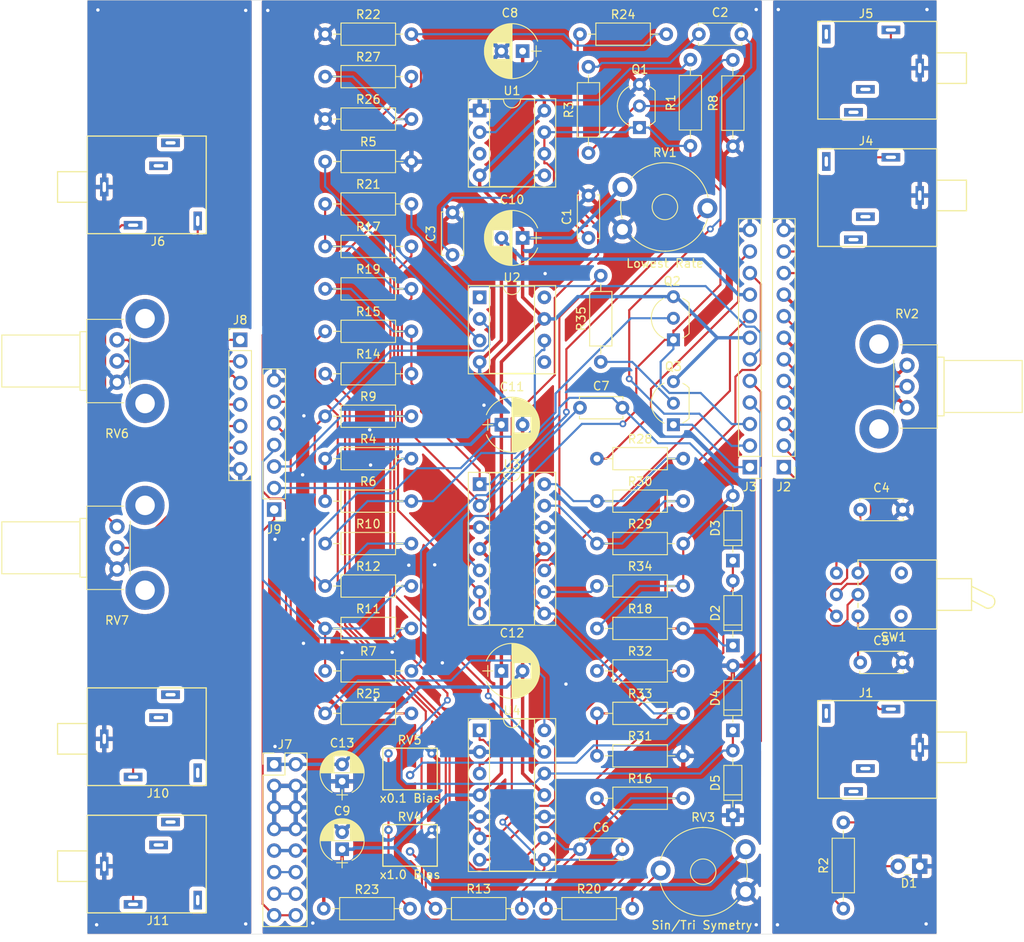
<source format=kicad_pcb>
(kicad_pcb (version 20241229) (generator "pcbnew") (generator_version "9.0")
  (layers (0 "F.Cu" signal) (2 "B.Cu" signal) (13 "F.Paste" user) (15 "B.Paste" user) (5 "F.SilkS" user "F.Silkscreen") (7 "B.SilkS" user "B.Silkscreen") (1 "F.Mask" user) (3 "B.Mask" user) (25 "Edge.Cuts" user))
  (net 0 "")
  (net 1 "Range_1")
  (net 2 "GND")
  (net 3 "Net-(C2-Pad2)")
  (net 4 "FM")
  (net 5 "Net-(C3-Pad1)")
  (net 6 "Net-(C4-Pad1)")
  (net 7 "R_GND")
  (net 8 "Net-(C5-Pad1)")
  (net 9 "Tri_Sin")
  (net 10 "Net-(C6-Pad1)")
  (net 11 "Wave")
  (net 12 "Net-(C7-Pad1)")
  (net 13 "12V+")
  (net 14 "12V-")
  (net 15 "Net-(D1-Pad2)")
  (net 16 "Net-(D2-Pad2)")
  (net 17 "Net-(D2-Pad1)")
  (net 18 "Net-(D4-Pad1)")
  (net 19 "/R_FM")
  (net 20 "Net-(J1-Pad2)")
  (net 21 "/R_Saw_Out")
  (net 22 "/R_Rect_Out")
  (net 23 "/R_12V-")
  (net 24 "/R_PW")
  (net 25 "/R_12V+")
  (net 26 "/R_Range_4")
  (net 27 "/R_Range_3")
  (net 28 "/R_Range_2")
  (net 29 "/R_Range_1")
  (net 30 "/R_LED")
  (net 31 "LED")
  (net 32 "Range_2")
  (net 33 "Range_3")
  (net 34 "Range_4")
  (net 35 "PW")
  (net 36 "Rect_Out")
  (net 37 "Saw_Out")
  (net 38 "Net-(J4-Pad2)")
  (net 39 "Net-(J5-Pad2)")
  (net 40 "/L_CV_In")
  (net 41 "/L_CV")
  (net 42 "L_GND")
  (net 43 "CV_In")
  (net 44 "Net-(J7-Pad13)")
  (net 45 "Net-(J7-Pad11)")
  (net 46 "/L_Tri_Out")
  (net 47 "/L_Sine_Out")
  (net 48 "/L_Mod")
  (net 49 "/L_Rate_2")
  (net 50 "/L_Rate_1")
  (net 51 "Rate_1")
  (net 52 "Rate_2")
  (net 53 "Mod")
  (net 54 "Sine_Out")
  (net 55 "Tri_Out")
  (net 56 "Net-(J10-Pad2)")
  (net 57 "Net-(J11-Pad2)")
  (net 58 "Net-(Q1-Pad2)")
  (net 59 "Net-(Q2-Pad2)")
  (net 60 "Net-(Q3-Pad2)")
  (net 61 "Net-(R1-Pad1)")
  (net 62 "Net-(R5-Pad1)")
  (net 63 "Net-(R7-Pad2)")
  (net 64 "Net-(R11-Pad1)")
  (net 65 "Net-(R10-Pad2)")
  (net 66 "Net-(R17-Pad2)")
  (net 67 "Net-(R20-Pad2)")
  (net 68 "Net-(R23-Pad1)")
  (net 69 "Net-(R25-Pad1)")
  (net 70 "Net-(R26-Pad2)")
  (net 71 "Net-(R28-Pad2)")
  (net 72 "Net-(R29-Pad1)")
  (net 73 "Net-(R31-Pad1)")
  (net 74 "Net-(R33-Pad2)")
  (net 75 "Net-(R34-Pad1)")
  (net 76 "Net-(U1-Pad3)")
  (net 77 "Net-(U2-Pad8)")
  (net 78 "Net-(U2-Pad5)")
  (net 79 "Net-(U2-Pad1)")
  (net 80 "Net-(U4-Pad1)")
  (footprint "Capacitors_THT:C_Disc_D5.0mm_W2.5mm_P5.00mm" (layer "F.Cu") (at 59 28 90)
    (property "Reference" "C1")
    (property "Value" "47nF")
  )
  (footprint "Capacitors_THT:C_Disc_D5.0mm_W2.5mm_P5.00mm" (layer "F.Cu") (at 77 4 180)
    (property "Reference" "C2")
    (property "Value" "10nF")
  )
  (footprint "Capacitors_THT:C_Disc_D5.0mm_W2.5mm_P5.00mm" (layer "F.Cu") (at 43 30 90)
    (property "Reference" "C3")
    (property "Value" "10nF")
  )
  (footprint "Capacitors_THT:C_Disc_D5.0mm_W2.5mm_P5.00mm" (layer "F.Cu") (at 91 60)
    (property "Reference" "C4")
    (property "Value" "10uF")
  )
  (footprint "Capacitors_THT:C_Disc_D5.0mm_W2.5mm_P5.00mm" (layer "F.Cu") (at 91 78)
    (property "Reference" "C5")
    (property "Value" "1uF")
  )
  (footprint "Capacitors_THT:C_Disc_D5.0mm_W2.5mm_P5.00mm" (layer "F.Cu") (at 58 100)
    (property "Reference" "C6")
    (property "Value" "1nF")
  )
  (footprint "Capacitors_THT:C_Disc_D5.0mm_W2.5mm_P5.00mm" (layer "F.Cu") (at 58 48)
    (property "Reference" "C7")
    (property "Value" "120pF")
  )
  (footprint "Capacitors_THT:CP_Radial_D6.3mm_P2.50mm" (layer "F.Cu") (at 51.25 6 180)
    (property "Reference" "C8")
    (property "Value" "100uF")
  )
  (footprint "Capacitors_THT:CP_Radial_D5.0mm_P2.00mm" (layer "F.Cu") (at 30 100 90)
    (property "Reference" "C9")
    (property "Value" "22uF")
  )
  (footprint "Capacitors_THT:CP_Radial_D6.3mm_P2.50mm" (layer "F.Cu") (at 51.25 28 180)
    (property "Reference" "C10")
    (property "Value" "100uF")
  )
  (footprint "Capacitors_THT:CP_Radial_D6.3mm_P2.50mm" (layer "F.Cu") (at 48.75 79)
    (property "Reference" "C12")
    (property "Value" "100uF")
  )
  (footprint "Capacitors_THT:CP_Radial_D5.0mm_P2.00mm" (layer "F.Cu") (at 30 92 90)
    (property "Reference" "C13")
    (property "Value" "22uF")
  )
  (footprint "LEDs:LED_Rectangular_W3.9mm_H1.9mm" (layer "F.Cu") (at 98 102 180)
    (property "Reference" "D1")
    (property "Value" "LED")
  )
  (footprint "Diodes_THT:D_DO-35_SOD27_P7.62mm_Horizontal" (layer "F.Cu") (at 76 76 90)
    (property "Reference" "D2")
    (property "Value" "1N4148")
  )
  (footprint "Diodes_THT:D_DO-35_SOD27_P7.62mm_Horizontal" (layer "F.Cu") (at 76 66 90)
    (property "Reference" "D3")
    (property "Value" "1N4148")
  )
  (footprint "Diodes_THT:D_DO-35_SOD27_P7.62mm_Horizontal" (layer "F.Cu") (at 76 86 90)
    (property "Reference" "D4")
    (property "Value" "1N4148")
  )
  (footprint "Diodes_THT:D_DO-35_SOD27_P7.62mm_Horizontal" (layer "F.Cu") (at 76 96 90)
    (property "Reference" "D5")
    (property "Value" "1N4148")
  )
  (footprint "Custom_Library:Mono_Jack_3.5mm_Switch_Switchcraft_35RAPC2AH3" (layer "F.Cu") (at 100 88 180)
    (property "Reference" "J1")
    (property "Value" "AudioJack1_Switch")
  )
  (footprint "Pin_Headers:Pin_Header_Straight_1x12_Pitch2.54mm" (layer "F.Cu") (at 82 55 180)
    (property "Reference" "J2")
    (property "Value" "Conn_01x12")
  )
  (footprint "Pin_Headers:Pin_Header_Straight_1x12_Pitch2.54mm" (layer "F.Cu") (at 78 55 180)
    (property "Reference" "J3")
    (property "Value" "Conn_01x12")
  )
  (footprint "Custom_Library:Mono_Jack_3.5mm_Switch_Switchcraft_35RAPC2AH3" (layer "F.Cu") (at 100 23 180)
    (property "Reference" "J4")
    (property "Value" "AudioJack1_Switch")
  )
  (footprint "Custom_Library:Mono_Jack_3.5mm_Switch_Switchcraft_35RAPC2AH3" (layer "F.Cu") (at 100 8 180)
    (property "Reference" "J5")
    (property "Value" "AudioJack1_Switch")
  )
  (footprint "Custom_Library:Mono_Jack_3.5mm_Switch_Switchcraft_35RAPC2AH3" (layer "F.Cu") (at 0 22)
    (property "Reference" "J6")
    (property "Value" "AudioJack1_Switch")
  )
  (footprint "Pin_Headers:Pin_Header_Straight_2x08_Pitch2.54mm" (layer "F.Cu") (at 22 90)
    (property "Reference" "J7")
    (property "Value" "Conn_02x08_Odd_Even")
  )
  (footprint "Pin_Headers:Pin_Header_Straight_1x07_Pitch2.54mm" (layer "F.Cu") (at 18 40)
    (property "Reference" "J8")
    (property "Value" "Conn_01x07")
  )
  (footprint "Pin_Headers:Pin_Header_Straight_1x07_Pitch2.54mm" (layer "F.Cu") (at 22 60 180)
    (property "Reference" "J9")
    (property "Value" "Conn_01x07")
  )
  (footprint "Custom_Library:Mono_Jack_3.5mm_Switch_Switchcraft_35RAPC2AH3" (layer "F.Cu") (at 0 87)
    (property "Reference" "J10")
    (property "Value" "AudioJack1_Switch")
  )
  (footprint "Custom_Library:Mono_Jack_3.5mm_Switch_Switchcraft_35RAPC2AH3" (layer "F.Cu") (at 0 102)
    (property "Reference" "J11")
    (property "Value" "AudioJack1_Switch")
  )
  (footprint "TO_SOT_Packages_THT:TO-92_Inline_Wide" (layer "F.Cu") (at 65 15 90)
    (property "Reference" "Q1")
    (property "Value" "BS170")
  )
  (footprint "TO_SOT_Packages_THT:TO-92_Inline_Wide" (layer "F.Cu") (at 69 40 90)
    (property "Reference" "Q2")
    (property "Value" "BC557")
  )
  (footprint "TO_SOT_Packages_THT:TO-92_Inline_Wide" (layer "F.Cu") (at 69 50 90)
    (property "Reference" "Q3")
    (property "Value" "2N3904")
  )
  (footprint "Resistors_THT:R_Axial_DIN0207_L6.3mm_D2.5mm_P10.16mm_Horizontal" (layer "F.Cu") (at 71 7 -90)
    (property "Reference" "R1")
    (property "Value" "10K")
  )
  (footprint "Resistors_THT:R_Axial_DIN0207_L6.3mm_D2.5mm_P10.16mm_Horizontal" (layer "F.Cu") (at 89 107 90)
    (property "Reference" "R2")
    (property "Value" "1K")
  )
  (footprint "Resistors_THT:R_Axial_DIN0207_L6.3mm_D2.5mm_P10.16mm_Horizontal" (layer "F.Cu") (at 59 18 90)
    (property "Reference" "R3")
    (property "Value" "10K")
  )
  (footprint "Resistors_THT:R_Axial_DIN0207_L6.3mm_D2.5mm_P10.16mm_Horizontal" (layer "F.Cu") (at 28 54)
    (property "Reference" "R4")
    (property "Value" "12K")
  )
  (footprint "Resistors_THT:R_Axial_DIN0207_L6.3mm_D2.5mm_P10.16mm_Horizontal" (layer "F.Cu") (at 28 19)
    (property "Reference" "R5")
    (property "Value" "8K2")
  )
  (footprint "Resistors_THT:R_Axial_DIN0207_L6.3mm_D2.5mm_P10.16mm_Horizontal" (layer "F.Cu") (at 28 59)
    (property "Reference" "R6")
    (property "Value" "820")
  )
  (footprint "Resistors_THT:R_Axial_DIN0207_L6.3mm_D2.5mm_P10.16mm_Horizontal" (layer "F.Cu") (at 28 79)
    (property "Reference" "R7")
    (property "Value" "100K")
  )
  (footprint "Resistors_THT:R_Axial_DIN0207_L6.3mm_D2.5mm_P10.16mm_Horizontal" (layer "F.Cu") (at 76 17.2 90)
    (property "Reference" "R8")
    (property "Value" "100K")
  )
  (footprint "Resistors_THT:R_Axial_DIN0207_L6.3mm_D2.5mm_P10.16mm_Horizontal" (layer "F.Cu") (at 28 49)
    (property "Reference" "R9")
    (property "Value" "100K")
  )
  (footprint "Resistors_THT:R_Axial_DIN0207_L6.3mm_D2.5mm_P10.16mm_Horizontal" (layer "F.Cu") (at 28 64)
    (property "Reference" "R10")
    (property "Value" "27K")
  )
  (footprint "Resistors_THT:R_Axial_DIN0207_L6.3mm_D2.5mm_P10.16mm_Horizontal" (layer "F.Cu") (at 28 74)
    (property "Reference" "R11")
    (property "Value" "100K")
  )
  (footprint "Resistors_THT:R_Axial_DIN0207_L6.3mm_D2.5mm_P10.16mm_Horizontal" (layer "F.Cu") (at 28 69)
    (property "Reference" "R12")
    (property "Value" "100K")
  )
  (footprint "Resistors_THT:R_Axial_DIN0207_L6.3mm_D2.5mm_P10.16mm_Horizontal" (layer "F.Cu") (at 41 107)
    (property "Reference" "R13")
    (property "Value" "1K")
  )
  (footprint "Resistors_THT:R_Axial_DIN0207_L6.3mm_D2.5mm_P10.16mm_Horizontal" (layer "F.Cu") (at 28 44)
    (property "Reference" "R14")
    (property "Value" "100K 1%")
  )
  (footprint "Resistors_THT:R_Axial_DIN0207_L6.3mm_D2.5mm_P10.16mm_Horizontal" (layer "F.Cu") (at 28 39)
    (property "Reference" "R15")
    (property "Value" "47K 1%")
  )
  (footprint "Resistors_THT:R_Axial_DIN0207_L6.3mm_D2.5mm_P10.16mm_Horizontal" (layer "F.Cu") (at 60 94)
    (property "Reference" "R16")
    (property "Value" "200K 1%")
  )
  (footprint "Resistors_THT:R_Axial_DIN0207_L6.3mm_D2.5mm_P10.16mm_Horizontal" (layer "F.Cu") (at 28 29)
    (property "Reference" "R17")
    (property "Value" "100k 1%")
  )
  (footprint "Resistors_THT:R_Axial_DIN0207_L6.3mm_D2.5mm_P10.16mm_Horizontal" (layer "F.Cu") (at 60 74)
    (property "Reference" "R18")
    (property "Value" "100K 1%")
  )
  (footprint "Resistors_THT:R_Axial_DIN0207_L6.3mm_D2.5mm_P10.16mm_Horizontal" (layer "F.Cu") (at 28 34)
    (property "Reference" "R19")
    (property "Value" "200k 1%")
  )
  (footprint "Resistors_THT:R_Axial_DIN0207_L6.3mm_D2.5mm_P10.16mm_Horizontal" (layer "F.Cu") (at 54 107)
    (property "Reference" "R20")
    (property "Value" "150K")
  )
  (footprint "Resistors_THT:R_Axial_DIN0207_L6.3mm_D2.5mm_P10.16mm_Horizontal" (layer "F.Cu") (at 28 24)
    (property "Reference" "R21")
    (property "Value" "100K")
  )
  (footprint "Resistors_THT:R_Axial_DIN0207_L6.3mm_D2.5mm_P10.16mm_Horizontal" (layer "F.Cu") (at 28 4)
    (property "Reference" "R22")
    (property "Value" "22K")
  )
  (footprint "Resistors_THT:R_Axial_DIN0207_L6.3mm_D2.5mm_P10.16mm_Horizontal" (layer "F.Cu") (at 38 107 180)
    (property "Reference" "R23")
    (property "Value" "2K7")
  )
  (footprint "Resistors_THT:R_Axial_DIN0207_L6.3mm_D2.5mm_P10.16mm_Horizontal" (layer "F.Cu") (at 58 4)
    (property "Reference" "R24")
    (property "Value" "150K")
  )
  (footprint "Resistors_THT:R_Axial_DIN0207_L6.3mm_D2.5mm_P10.16mm_Horizontal" (layer "F.Cu") (at 28 84)
    (property "Reference" "R25")
    (property "Value" "1K")
  )
  (footprint "Resistors_THT:R_Axial_DIN0207_L6.3mm_D2.5mm_P10.16mm_Horizontal" (layer "F.Cu") (at 28 14)
    (property "Reference" "R26")
    (property "Value" "1K5")
  )
  (footprint "Resistors_THT:R_Axial_DIN0207_L6.3mm_D2.5mm_P10.16mm_Horizontal" (layer "F.Cu") (at 28 9)
    (property "Reference" "R27")
    (property "Value" "15K")
  )
  (footprint "Resistors_THT:R_Axial_DIN0207_L6.3mm_D2.5mm_P10.16mm_Horizontal" (layer "F.Cu") (at 60 54)
    (property "Reference" "R28")
    (property "Value" "1K")
  )
  (footprint "Resistors_THT:R_Axial_DIN0207_L6.3mm_D2.5mm_P10.16mm_Horizontal" (layer "F.Cu") (at 60 64)
    (property "Reference" "R29")
    (property "Value" "100k")
  )
  (footprint "Resistors_THT:R_Axial_DIN0207_L6.3mm_D2.5mm_P10.16mm_Horizontal" (layer "F.Cu") (at 60 59)
    (property "Reference" "R30")
    (property "Value" "100k")
  )
  (footprint "Resistors_THT:R_Axial_DIN0207_L6.3mm_D2.5mm_P10.16mm_Horizontal" (layer "F.Cu") (at 60 89)
    (property "Reference" "R31")
    (property "Value" "4K7")
  )
  (footprint "Resistors_THT:R_Axial_DIN0207_L6.3mm_D2.5mm_P10.16mm_Horizontal" (layer "F.Cu") (at 60 79)
    (property "Reference" "R32")
    (property "Value" "1K")
  )
  (footprint "Resistors_THT:R_Axial_DIN0207_L6.3mm_D2.5mm_P10.16mm_Horizontal" (layer "F.Cu") (at 60 84)
    (property "Reference" "R33")
    (property "Value" "10K")
  )
  (footprint "Resistors_THT:R_Axial_DIN0207_L6.3mm_D2.5mm_P10.16mm_Horizontal" (layer "F.Cu") (at 60 69)
    (property "Reference" "R34")
    (property "Value" "10K")
  )
  (footprint "Resistors_THT:R_Axial_DIN0207_L6.3mm_D2.5mm_P10.16mm_Horizontal" (layer "F.Cu") (at 60.45 42.6 90)
    (property "Reference" "R35")
    (property "Value" "47K")
  )
  (footprint "Potentiometers:Potentiometer_Trimmer_Piher_PT-10v10_Horizontal_Px10.0mm_Py5.0mm" (layer "F.Cu") (at 63 27)
    (property "Reference" "RV1")
    (property "Value" "47K")
  )
  (footprint "Potentiometers:Potentiometer_Bourns_PTV09A-2_Vertical" (layer "F.Cu") (at 96.5 48)
    (property "Reference" "RV2")
    (property "Value" "10K Lin")
  )
  (footprint "Potentiometers:Potentiometer_Trimmer_Piher_PT-10v10_Horizontal_Px10.0mm_Py5.0mm" (layer "F.Cu") (at 77.5 100 180)
    (property "Reference" "RV3")
    (property "Value" "47K")
  )
  (footprint "Custom_Library:TT_64WR10KLF" (layer "F.Cu") (at 38 99)
    (property "Reference" "RV4")
    (property "Value" "10K")
  )
  (footprint "Custom_Library:TT_64WR10KLF" (layer "F.Cu") (at 38 90)
    (property "Reference" "RV5")
    (property "Value" "10K")
  )
  (footprint "Potentiometers:Potentiometer_Bourns_PTV09A-2_Vertical" (layer "F.Cu") (at 3.5 40 180)
    (property "Reference" "RV6")
    (property "Value" "10K Lin")
  )
  (footprint "Potentiometers:Potentiometer_Bourns_PTV09A-2_Vertical" (layer "F.Cu") (at 3.5 62 180)
    (property "Reference" "RV7")
    (property "Value" "50K Lin")
  )
  (footprint "Custom_Library:200AWMDP1T2A1M6QE" (layer "F.Cu") (at 100 70 180)
    (property "Reference" "SW1")
    (property "Value" "SW_DPDT_x2")
  )
  (footprint "Housings_DIP:DIP-8_W7.62mm_Socket" (layer "F.Cu") (at 46.19 13)
    (property "Reference" "U1")
    (property "Value" "ICM7555")
  )
  (footprint "Housings_DIP:DIP-8_W7.62mm_Socket" (layer "F.Cu") (at 46.19 35)
    (property "Reference" "U2")
    (property "Value" "LM741")
  )
  (footprint "Housings_DIP:DIP-14_W7.62mm_Socket" (layer "F.Cu") (at 46.19 57)
    (property "Reference" "U3")
    (property "Value" "TL074")
  )
  (footprint "Housings_DIP:DIP-14_W7.62mm_Socket" (layer "F.Cu") (at 46.19 86)
    (property "Reference" "U4")
    (property "Value" "TL074")
  )
  (footprint "Capacitors_THT:CP_Radial_D6.3mm_P2.50mm" (layer "F.Cu") (at 48.75 50)
    (property "Reference" "C11")
    (property "Value" "100uF")
  )
  (gr_line (start 0 110) (end 0 0) (stroke (width 0.05)) (layer "Edge.Cuts"))
  (gr_line (start 100 110) (end 0 110) (stroke (width 0.05)) (layer "Edge.Cuts"))
  (gr_line (start 100 0) (end 100 110) (stroke (width 0.05)) (layer "Edge.Cuts"))
  (gr_line (start 0 0) (end 100 0) (stroke (width 0.05)) (layer "Edge.Cuts"))
  (gr_text "x1.0 Bias" (at 38 103 0) (layer "F.SilkS") (effects (font (size 1 1))))
  (gr_text "x0.1 Bias" (at 38 94 0) (layer "F.SilkS") (effects (font (size 1 1))))
  (gr_text "Lowest Rate" (at 68 31 0) (layer "F.SilkS") (effects (font (size 1 1))))
  (gr_text "Sin/Tri Symetry" (at 72.35 108.95 0) (layer "F.SilkS") (effects (font (size 1 1))))
  (segment (start 54.9353 23.9353) (end 59 28) (width 0.25) (layer "F.Cu") (net 1))
  (segment (start 67.99 40) (end 64.6302 43.3598) (width 0.25) (layer "F.Cu") (net 1))
  (segment (start 53.81 19.2053) (end 54.0914 19.2053) (width 0.25) (layer "F.Cu") (net 1))
  (segment (start 53.81 18.08) (end 53.81 19.2053) (width 0.25) (layer "F.Cu") (net 1))
  (segment (start 69 38.9147) (end 69.1357 38.9147) (width 0.25) (layer "F.Cu") (net 1))
  (segment (start 69.1357 38.9147) (end 74.5387 33.5117) (width 0.25) (layer "F.Cu") (net 1))
  (segment (start 64.6302 43.3598) (end 64.6302 48.3198) (width 0.25) (layer "F.Cu") (net 1))
  (segment (start 63.449999 49.500001) (end 63.05 49.9) (width 0.25) (layer "F.Cu") (net 1))
  (segment (start 69 40) (end 67.99 40) (width 0.25) (layer "F.Cu") (net 1))
  (segment (start 69 40) (end 69 38.9147) (width 0.25) (layer "F.Cu") (net 1))
  (segment (start 54.9353 20.0492) (end 54.9353 23.9353) (width 0.25) (layer "F.Cu") (net 1))
  (segment (start 64.6302 48.3198) (end 63.449999 49.500001) (width 0.25) (layer "F.Cu") (net 1))
  (segment (start 71 18.9) (end 71 17.16) (width 0.25) (layer "F.Cu") (net 1))
  (segment (start 53.81 15.54) (end 53.81 18.08) (width 0.25) (layer "F.Cu") (net 1))
  (segment (start 74.5387 22.4387) (end 71 18.9) (width 0.25) (layer "F.Cu") (net 1))
  (segment (start 74.5387 33.5117) (end 74.5387 22.4387) (width 0.25) (layer "F.Cu") (net 1))
  (segment (start 54.0914 19.2053) (end 54.9353 20.0492) (width 0.25) (layer "F.Cu") (net 1))
  (via (at 63.05 49.9) (size 0.8) (drill 0.4) (layers "F.Cu" "B.Cu") (net 1))
  (segment (start 44.85 65.82) (end 44.85 61.5) (width 0.25) (layer "B.Cu") (net 1))
  (segment (start 72.2107 46.2607) (end 75.87 49.92) (width 0.25) (layer "B.Cu") (net 1))
  (segment (start 69 40) (end 69 41.0853) (width 0.25) (layer "B.Cu") (net 1))
  (segment (start 46.19 67.16) (end 44.85 65.82) (width 0.25) (layer "B.Cu") (net 1))
  (segment (start 62.484315 49.9) (end 63.05 49.9) (width 0.25) (layer "B.Cu") (net 1))
  (segment (start 69 41.0853) (end 67.5 42.5853) (width 0.25) (layer "B.Cu") (net 1))
  (segment (start 53.81 15.54) (end 63.3747 15.54) (width 0.25) (layer "B.Cu") (net 1))
  (segment (start 63.3747 15.54) (end 63.9147 15) (width 0.25) (layer "B.Cu") (net 1))
  (segment (start 65 15) (end 66.0853 15) (width 0.25) (layer "B.Cu") (net 1))
  (segment (start 68.5107 46.2607) (end 72.2107 46.2607) (width 0.25) (layer "B.Cu") (net 1))
  (segment (start 44.85 61.5) (end 45.6 60.75) (width 0.25) (layer "B.Cu") (net 1))
  (segment (start 75.87 49.92) (end 78 49.92) (width 0.25) (layer "B.Cu") (net 1))
  (segment (start 67.5 45.25) (end 68.5107 46.2607) (width 0.25) (layer "B.Cu") (net 1))
  (segment (start 68.2453 17.16) (end 66.0853 15) (width 0.25) (layer "B.Cu") (net 1))
  (segment (start 47.38 60.75) (end 58.23 49.9) (width 0.25) (layer "B.Cu") (net 1))
  (segment (start 45.6 60.75) (end 47.38 60.75) (width 0.25) (layer "B.Cu") (net 1))
  (segment (start 58.23 49.9) (end 62.484315 49.9) (width 0.25) (layer "B.Cu") (net 1))
  (segment (start 71 17.16) (end 68.2453 17.16) (width 0.25) (layer "B.Cu") (net 1))
  (segment (start 67.5 42.5853) (end 67.5 45.25) (width 0.25) (layer "B.Cu") (net 1))
  (segment (start 65 15) (end 63.9147 15) (width 0.25) (layer "B.Cu") (net 1))
  (via (at 22.1 87.9) (size 0.8) (drill 0.4) (layers "F.Cu" "B.Cu") (net 2))
  (via (at 25.5 48.95) (size 0.8) (drill 0.4) (layers "F.Cu" "B.Cu") (net 2))
  (via (at 33.25 50.6) (size 0.8) (drill 0.4) (layers "F.Cu" "B.Cu") (net 2))
  (via (at 35.9 76.8) (size 0.8) (drill 0.4) (layers "F.Cu" "B.Cu") (net 2))
  (via (at 37.85 66.55) (size 0.8) (drill 0.4) (layers "F.Cu" "B.Cu") (net 2))
  (via (at 30 76.85) (size 0.8) (drill 0.4) (layers "F.Cu" "B.Cu") (net 2))
  (via (at 78.75 108.9) (size 0.8) (drill 0.4) (layers "F.Cu" "B.Cu") (net 2))
  (via (at 53.9 32.2) (size 0.8) (drill 0.4) (layers "F.Cu" "B.Cu") (net 2))
  (via (at 25.4 63.5) (size 0.8) (drill 0.4) (layers "F.Cu" "B.Cu") (net 2))
  (via (at 22.1 63.5) (size 0.8) (drill 0.4) (layers "F.Cu" "B.Cu") (net 2))
  (via (at 33.9 82.4) (size 0.8) (drill 0.4) (layers "F.Cu" "B.Cu") (net 2))
  (via (at 21.25 1.2) (size 0.8) (drill 0.4) (layers "F.Cu" "B.Cu") (net 2))
  (via (at 26.55 108.7) (size 0.8) (drill 0.4) (layers "F.Cu" "B.Cu") (net 2))
  (via (at 40.9 66.5) (size 0.8) (drill 0.4) (layers "F.Cu" "B.Cu") (net 2))
  (via (at 56.35 80.55) (size 0.8) (drill 0.4) (layers "F.Cu" "B.Cu") (net 2))
  (via (at 78.75 1.1) (size 0.8) (drill 0.4) (layers "F.Cu" "B.Cu") (net 2))
  (via (at 25.35 55.9) (size 0.8) (drill 0.4) (layers "F.Cu" "B.Cu") (net 2))
  (via (at 25.45 75.75) (size 0.8) (drill 0.4) (layers "F.Cu" "B.Cu") (net 2))
  (via (at 41.8 78.05) (size 0.8) (drill 0.4) (layers "F.Cu" "B.Cu") (net 2))
  (via (at 46.7 47.7) (size 0.8) (drill 0.4) (layers "F.Cu" "B.Cu") (net 2))
  (via (at 33.35 54.75) (size 0.8) (drill 0.4) (layers "F.Cu" "B.Cu") (net 2))
  (segment (start 60.5756 7.3897) (end 60.1253 7.84) (width 0.25) (layer "B.Cu") (net 3))
  (segment (start 72 4) (end 68.6103 7.3897) (width 0.25) (layer "B.Cu") (net 3))
  (segment (start 68.6103 7.3897) (end 60.5756 7.3897) (width 0.25) (layer "B.Cu") (net 3))
  (segment (start 59 7.84) (end 60.1253 7.84) (width 0.25) (layer "B.Cu") (net 3))
  (segment (start 63.8 36.5) (end 73.35 26.95) (width 0.25) (layer "F.Cu") (net 4))
  (segment (start 63.8 44.6) (end 63.8 36.5) (width 0.25) (layer "F.Cu") (net 4))
  (via (at 63.8 44.6) (size 0.8) (drill 0.4) (layers "F.Cu" "B.Cu") (net 4))
  (via (at 73.35 26.95) (size 0.8) (drill 0.4) (layers "F.Cu" "B.Cu") (net 4))
  (segment (start 73.35 26.95) (end 74.55 25.75) (width 0.25) (layer "B.Cu") (net 4))
  (segment (start 74.55 11.5) (end 78.15 7.9) (width 0.25) (layer "B.Cu") (net 4))
  (segment (start 72.05 48.7) (end 67.9 48.7) (width 0.25) (layer "B.Cu") (net 4))
  (segment (start 78 52.46) (end 76.797919 52.46) (width 0.25) (layer "B.Cu") (net 4))
  (segment (start 67.9 48.7) (end 63.8 44.6) (width 0.25) (layer "B.Cu") (net 4))
  (segment (start 78.15 7.9) (end 78.15 5.15) (width 0.25) (layer "B.Cu") (net 4))
  (segment (start 74.55 25.75) (end 74.55 11.5) (width 0.25) (layer "B.Cu") (net 4))
  (segment (start 76.797919 52.46) (end 76.757919 52.5) (width 0.25) (layer "B.Cu") (net 4))
  (segment (start 78.15 5.15) (end 77 4) (width 0.25) (layer "B.Cu") (net 4))
  (segment (start 75.85 52.5) (end 72.05 48.7) (width 0.25) (layer "B.Cu") (net 4))
  (segment (start 76.757919 52.5) (end 75.85 52.5) (width 0.25) (layer "B.Cu") (net 4))
  (segment (start 41.7715 24.4861) (end 41.7715 28.7715) (width 0.25) (layer "B.Cu") (net 5))
  (segment (start 52.6847 20.62) (end 50.0301 23.2746) (width 0.25) (layer "B.Cu") (net 5))
  (segment (start 53.81 20.62) (end 52.6847 20.62) (width 0.25) (layer "B.Cu") (net 5))
  (segment (start 50.0301 23.2746) (end 42.983 23.2746) (width 0.25) (layer "B.Cu") (net 5))
  (segment (start 42.983 23.2746) (end 41.7715 24.4861) (width 0.25) (layer "B.Cu") (net 5))
  (segment (start 41.7715 28.7715) (end 43 30) (width 0.25) (layer "B.Cu") (net 5))
  (segment (start 91 67.19) (end 90.73 67.46) (width 0.25) (layer "F.Cu") (net 6))
  (segment (start 91 60) (end 91 67.19) (width 0.25) (layer "F.Cu") (net 6))
  (via (at 81.25 108.9) (size 0.8) (drill 0.4) (layers "F.Cu" "B.Cu") (net 7))
  (via (at 98.75 108.8) (size 0.8) (drill 0.4) (layers "F.Cu" "B.Cu") (net 7))
  (via (at 81.35 1.1) (size 0.8) (drill 0.4) (layers "F.Cu" "B.Cu") (net 7))
  (via (at 98.85 1.1) (size 0.8) (drill 0.4) (layers "F.Cu" "B.Cu") (net 7))
  (segment (start 90.73 77.73) (end 91 78) (width 0.25) (layer "F.Cu") (net 8))
  (segment (start 90.73 72.54) (end 90.73 77.73) (width 0.25) (layer "F.Cu") (net 8))
  (segment (start 63 100) (end 63 97) (width 0.25) (layer "F.Cu") (net 9))
  (segment (start 60.1325 26.7662) (end 60.1325 29.9715) (width 0.25) (layer "F.Cu") (net 9))
  (segment (start 49.9754 95.7434) (end 48.9086 96.8102) (width 0.25) (layer "F.Cu") (net 9))
  (segment (start 57.7303 24.364) (end 60.1325 26.7662) (width 0.25) (layer "F.Cu") (net 9))
  (segment (start 58 4) (end 57.7303 4.2697) (width 0.25) (layer "F.Cu") (net 9))
  (segment (start 63 97) (end 60 94) (width 0.25) (layer "F.Cu") (net 9))
  (segment (start 60.1325 29.9715) (end 55.0353 35.0687) (width 0.25) (layer "F.Cu") (net 9))
  (segment (start 57.7303 4.2697) (end 57.7303 24.364) (width 0.25) (layer "F.Cu") (net 9))
  (segment (start 49.9754 49.2199) (end 49.9754 95.7434) (width 0.25) (layer "F.Cu") (net 9))
  (segment (start 55.0353 35.0687) (end 55.0353 44.16) (width 0.25) (layer "F.Cu") (net 9))
  (segment (start 55.0353 44.16) (end 49.9754 49.2199) (width 0.25) (layer "F.Cu") (net 9))
  (segment (start 53.81 102.3653) (end 51.16 105.0153) (width 0.25) (layer "F.Cu") (net 9))
  (segment (start 51.16 105.0153) (end 51.16 107) (width 0.25) (layer "F.Cu") (net 9))
  (segment (start 53.81 101.24) (end 53.81 102.3653) (width 0.25) (layer "F.Cu") (net 9))
  (via (at 48.9086 96.8102) (size 0.8) (drill 0.4) (layers "F.Cu" "B.Cu") (net 9))
  (segment (start 52.6847 100.5863) (end 48.9086 96.8102) (width 0.25) (layer "B.Cu") (net 9))
  (segment (start 61.76 101.24) (end 63 100) (width 0.25) (layer "B.Cu") (net 9))
  (segment (start 52.6847 101.24) (end 52.6847 100.5863) (width 0.25) (layer "B.Cu") (net 9))
  (segment (start 53.81 101.24) (end 52.6847 101.24) (width 0.25) (layer "B.Cu") (net 9))
  (segment (start 53.81 101.24) (end 61.76 101.24) (width 0.25) (layer "B.Cu") (net 9))
  (segment (start 45.7247 102.3721) (end 42.2021 98.8495) (width 0.25) (layer "F.Cu") (net 10))
  (segment (start 27.200001 39.799999) (end 28 39) (width 0.25) (layer "F.Cu") (net 10))
  (segment (start 26.8277 44.6072) (end 26.8277 40.1723) (width 0.25) (layer "F.Cu") (net 10))
  (segment (start 50.1379 102.3721) (end 45.7247 102.3721) (width 0.25) (layer "F.Cu") (net 10))
  (segment (start 42.2021 98.8495) (end 42.2021 85.46569) (width 0.25) (layer "F.Cu") (net 10))
  (segment (start 30.3442 73.60779) (end 30.3442 48.1237) (width 0.25) (layer "F.Cu") (net 10))
  (segment (start 42.2021 85.46569) (end 30.3442 73.60779) (width 0.25) (layer "F.Cu") (net 10))
  (segment (start 26.8277 40.1723) (end 27.200001 39.799999) (width 0.25) (layer "F.Cu") (net 10))
  (segment (start 54 104) (end 54 107) (width 0.25) (layer "F.Cu") (net 10))
  (segment (start 30.3442 48.1237) (end 26.8277 44.6072) (width 0.25) (layer "F.Cu") (net 10))
  (segment (start 53.81 98.7) (end 50.1379 102.3721) (width 0.25) (layer "F.Cu") (net 10))
  (segment (start 58 100) (end 54 104) (width 0.25) (layer "F.Cu") (net 10))
  (segment (start 70.16 94) (end 64 94) (width 0.25) (layer "B.Cu") (net 10))
  (segment (start 64 94) (end 58 100) (width 0.25) (layer "B.Cu") (net 10))
  (segment (start 54.9353 98.7) (end 56.2353 100) (width 0.25) (layer "B.Cu") (net 10))
  (segment (start 56.2353 100) (end 58 100) (width 0.25) (layer "B.Cu") (net 10))
  (segment (start 53.81 98.7) (end 54.9353 98.7) (width 0.25) (layer "B.Cu") (net 10))
  (segment (start 38.16 45.1253) (end 38.16 44) (width 0.25) (layer "F.Cu") (net 11))
  (segment (start 39.2853 46.2506) (end 38.16 45.1253) (width 0.25) (layer "F.Cu") (net 11))
  (segment (start 39.2853 48.4353) (end 39.2853 46.2506) (width 0.25) (layer "F.Cu") (net 11))
  (segment (start 46.19 57) (end 46.19 55.34) (width 0.25) (layer "F.Cu") (net 11))
  (segment (start 38.16 44) (end 38.16 39) (width 0.25) (layer "F.Cu") (net 11))
  (segment (start 46.19 55.34) (end 39.2853 48.4353) (width 0.25) (layer "F.Cu") (net 11))
  (segment (start 70.16 69) (end 70.16 64) (width 0.25) (layer "F.Cu") (net 11))
  (segment (start 67.1886 52.1886) (end 70.9339 52.1886) (width 0.25) (layer "B.Cu") (net 11))
  (segment (start 61.8341 46.8341) (end 62.200001 47.200001) (width 0.25) (layer "B.Cu") (net 11))
  (segment (start 76 58.38) (end 76 57.2547) (width 0.25) (layer "B.Cu") (net 11))
  (segment (start 36.05 39) (end 31.05 34) (width 0.25) (layer "B.Cu") (net 11))
  (segment (start 55.574987 48.782663) (end 55.574987 48.002011) (width 0.25) (layer "B.Cu") (net 11))
  (segment (start 70.16 64) (end 70.2 64) (width 0.25) (layer "B.Cu") (net 11))
  (segment (start 70.9339 52.1886) (end 76 57.2547) (width 0.25) (layer "B.Cu") (net 11))
  (segment (start 60 74) (end 65 69) (width 0.25) (layer "B.Cu") (net 11))
  (segment (start 63 48) (end 67.1886 52.1886) (width 0.25) (layer "B.Cu") (net 11))
  (segment (start 31.05 34) (end 28 34) (width 0.25) (layer "B.Cu") (net 11))
  (segment (start 46.19 57) (end 47.35765 57) (width 0.25) (layer "B.Cu") (net 11))
  (segment (start 47.35765 57) (end 55.574987 48.782663) (width 0.25) (layer "B.Cu") (net 11))
  (segment (start 56.742898 46.8341) (end 61.8341 46.8341) (width 0.25) (layer "B.Cu") (net 11))
  (segment (start 75.82 58.38) (end 76 58.38) (width 0.25) (layer "B.Cu") (net 11))
  (segment (start 38.16 39) (end 36.05 39) (width 0.25) (layer "B.Cu") (net 11))
  (segment (start 55.574987 48.002011) (end 56.742898 46.8341) (width 0.25) (layer "B.Cu") (net 11))
  (segment (start 65 69) (end 70.16 69) (width 0.25) (layer "B.Cu") (net 11))
  (segment (start 62.200001 47.200001) (end 63 48) (width 0.25) (layer "B.Cu") (net 11))
  (segment (start 70.2 64) (end 75.82 58.38) (width 0.25) (layer "B.Cu") (net 11))
  (segment (start 46.19 59.118) (end 37.0347 49.9627) (width 0.25) (layer "F.Cu") (net 12))
  (segment (start 37.0347 36.2506) (end 38.16 35.1253) (width 0.25) (layer "F.Cu") (net 12))
  (segment (start 46.19 59.54) (end 46.19 59.118) (width 0.25) (layer "F.Cu") (net 12))
  (segment (start 28 24) (end 28 29) (width 0.25) (layer "F.Cu") (net 12))
  (segment (start 37.0347 49.9627) (end 37.0347 36.2506) (width 0.25) (layer "F.Cu") (net 12))
  (segment (start 38.16 35.1253) (end 38.16 34) (width 0.25) (layer "F.Cu") (net 12))
  (segment (start 38.16 34) (end 36.15 34) (width 0.25) (layer "B.Cu") (net 12))
  (segment (start 36.15 34) (end 31.15 29) (width 0.25) (layer "B.Cu") (net 12))
  (segment (start 57.95 48) (end 58 48) (width 0.25) (layer "B.Cu") (net 12))
  (segment (start 31.15 29) (end 28 29) (width 0.25) (layer "B.Cu") (net 12))
  (segment (start 46.41 59.54) (end 57.95 48) (width 0.25) (layer "B.Cu") (net 12))
  (segment (start 46.19 59.54) (end 46.41 59.54) (width 0.25) (layer "B.Cu") (net 12))
  (segment (start 46.19 93.62) (end 48.75 91.06) (width 0.4) (layer "F.Cu") (net 13))
  (segment (start 53.81 37.54) (end 51.25 34.98) (width 0.4) (layer "F.Cu") (net 13))
  (segment (start 48.75 79) (end 48.75 77.6997) (width 0.4) (layer "F.Cu") (net 13))
  (segment (start 51.25 29.3003) (end 51.25 28) (width 0.4) (layer "F.Cu") (net 13))
  (segment (start 27.84 107) (end 27.84 101.5001) (width 0.4) (layer "F.Cu") (net 13))
  (segment (start 53.81 13) (end 53.81 11.6997) (width 0.4) (layer "F.Cu") (net 13))
  (segment (start 48.75 77.6997) (end 48.7499 77.6997) (width 0.4) (layer "F.Cu") (net 13))
  (segment (start 29.8002 101.5001) (end 27.84 101.5001) (width 0.4) (layer "F.Cu") (net 13))
  (segment (start 48.7499 51.3003) (end 48.75 51.3003) (width 0.4) (layer "F.Cu") (net 13))
  (segment (start 48.7499 67.1799) (end 46.19 64.62) (width 0.4) (layer "F.Cu") (net 13))
  (segment (start 30 100) (end 30 101.3003) (width 0.4) (layer "F.Cu") (net 13))
  (segment (start 51.25 34.98) (end 51.25 29.3003) (width 0.4) (layer "F.Cu") (net 13))
  (segment (start 24.54 100.16) (end 25.8903 100.16) (width 0.4) (layer "F.Cu") (net 13))
  (segment (start 30 101.3003) (end 29.8002 101.5001) (width 0.4) (layer "F.Cu") (net 13))
  (segment (start 46.19 64.62) (end 48.7499 62.0601) (width 0.4) (layer "F.Cu") (net 13))
  (segment (start 48.75 50) (end 48.75 42.6) (width 0.4) (layer "F.Cu") (net 13))
  (segment (start 48.75 51.3003) (end 48.75 50) (width 0.4) (layer "F.Cu") (net 13))
  (segment (start 46.19 21.9203) (end 46.19 20.62) (width 0.4) (layer "F.Cu") (net 13))
  (segment (start 48.7499 77.6997) (end 48.7499 67.1799) (width 0.4) (layer "F.Cu") (net 13))
  (segment (start 48.75 91.06) (end 48.75 79) (width 0.4) (layer "F.Cu") (net 13))
  (segment (start 51.25 9.1397) (end 51.25 6) (width 0.4) (layer "F.Cu") (net 13))
  (segment (start 27.84 101.5001) (end 27.2304 101.5001) (width 0.4) (layer "F.Cu") (net 13))
  (segment (start 28 54) (end 28 59) (width 0.4) (layer "F.Cu") (net 13))
  (segment (start 51.25 28) (end 51.25 26.9803) (width 0.4) (layer "F.Cu") (net 13))
  (segment (start 27.2304 101.5001) (end 25.8903 100.16) (width 0.4) (layer "F.Cu") (net 13))
  (segment (start 51.25 26.9803) (end 46.19 21.9203) (width 0.4) (layer "F.Cu") (net 13))
  (segment (start 48.75 42.6) (end 53.81 37.54) (width 0.4) (layer "F.Cu") (net 13))
  (segment (start 53.81 11.6997) (end 51.25 9.1397) (width 0.4) (layer "F.Cu") (net 13))
  (segment (start 48.7499 62.0601) (end 48.7499 51.3003) (width 0.4) (layer "F.Cu") (net 13))
  (segment (start 74.16 39.76) (end 69.32 34.92) (width 0.4) (layer "B.Cu") (net 13))
  (segment (start 46.91 19.9) (end 53.81 13) (width 0.4) (layer "B.Cu") (net 13))
  (segment (start 40.4557 104.1716) (end 73.3284 104.1716) (width 0.4) (layer "B.Cu") (net 13))
  (segment (start 74 39.92) (end 69 44.92) (width 0.4) (layer "B.Cu") (net 13))
  (segment (start 29.6927 52.3073) (end 28 54) (width 0.4) (layer "B.Cu") (net 13))
  (segment (start 47.4497 50) (end 45.1424 52.3073) (width 0.4) (layer "B.Cu") (net 13))
  (segment (start 69.32 34.92) (end 69 34.92) (width 0.4) (layer "B.Cu") (net 13))
  (segment (start 57 28) (end 51.25 28) (width 0.4) (layer "B.Cu") (net 13))
  (segment (start 30 100) (end 31.3003 100) (width 0.4) (layer "B.Cu") (net 13))
  (segment (start 36.1191 99.8349) (end 40.4557 104.1716) (width 0.4) (layer "B.Cu") (net 13))
  (segment (start 36.1191 99.8349) (end 42.334 93.62) (width 0.4) (layer "B.Cu") (net 13))
  (segment (start 53.81 37.54) (end 55.1103 37.54) (width 0.4) (layer "B.Cu") (net 13))
  (segment (start 36.119 99.8349) (end 36.1191 99.8349) (width 0.4) (layer "B.Cu") (net 13))
  (segment (start 63 22) (end 57 28) (width 0.4) (layer "B.Cu") (net 13))
  (segment (start 46.19 20.61) (end 46.9 19.9) (width 0.4) (layer "B.Cu") (net 13))
  (segment (start 57.7303 34.92) (end 69 34.92) (width 0.4) (layer "B.Cu") (net 13))
  (segment (start 42.334 93.62) (end 46.19 93.62) (width 0.4) (layer "B.Cu") (net 13))
  (segment (start 78 39.76) (end 74.16 39.76) (width 0.4) (layer "B.Cu") (net 13))
  (segment (start 55.1103 37.54) (end 57.7303 34.92) (width 0.4) (layer "B.Cu") (net 13))
  (segment (start 48.75 50) (end 47.4497 50) (width 0.4) (layer "B.Cu") (net 13))
  (segment (start 31.3003 100) (end 31.4654 99.8349) (width 0.4) (layer "B.Cu") (net 13))
  (segment (start 45.1424 52.3073) (end 29.6927 52.3073) (width 0.4) (layer "B.Cu") (net 13))
  (segment (start 46.9 19.9) (end 46.91 19.9) (width 0.4) (layer "B.Cu") (net 13))
  (segment (start 46.19 20.62) (end 46.19 20.61) (width 0.4) (layer "B.Cu") (net 13))
  (segment (start 74.16 39.76) (end 74 39.92) (width 0.4) (layer "B.Cu") (net 13))
  (segment (start 31.4654 99.8349) (end 36.119 99.8349) (width 0.4) (layer "B.Cu") (net 13))
  (segment (start 73.3284 104.1716) (end 77.5 100) (width 0.4) (layer "B.Cu") (net 13))
  (segment (start 24.54 100.16) (end 22 100.16) (width 0.4) (layer "B.Cu") (net 13))
  (segment (start 51.25 62.06) (end 51.25 50) (width 0.4) (layer "F.Cu") (net 14))
  (segment (start 48.75 40.06) (end 46.19 42.62) (width 0.4) (layer "F.Cu") (net 14))
  (segment (start 51.25 67.18) (end 53.81 64.62) (width 0.4) (layer "F.Cu") (net 14))
  (segment (start 53.81 64.62) (end 51.25 62.06) (width 0.4) (layer "F.Cu") (net 14))
  (segment (start 53.81 93.62) (end 51.25 91.06) (width 0.4) (layer "F.Cu") (net 14))
  (segment (start 51.25 91.06) (end 51.25 79) (width 0.4) (layer "F.Cu") (net 14))
  (segment (start 51.25 79) (end 51.25 67.18) (width 0.4) (layer "F.Cu") (net 14))
  (segment (start 48.75 28) (end 48.75 40.06) (width 0.4) (layer "F.Cu") (net 14))
  (segment (start 72.4658 30.4961) (end 51.2461 30.4961) (width 0.4) (layer "B.Cu") (net 14))
  (segment (start 30 90) (end 25.8903 90) (width 0.4) (layer "B.Cu") (net 14))
  (segment (start 22 90) (end 24.54 90) (width 0.4) (layer "B.Cu") (net 14))
  (segment (start 39.100002 80.899998) (end 30.799999 89.200001) (width 0.4) (layer "B.Cu") (net 14))
  (segment (start 30.799999 89.200001) (end 30 90) (width 0.4) (layer "B.Cu") (net 14))
  (segment (start 76.6497 34.68) (end 72.4658 30.4961) (width 0.4) (layer "B.Cu") (net 14))
  (segment (start 49.35 80.9) (end 44.868 80.9) (width 0.4) (layer "B.Cu") (net 14))
  (segment (start 46.19 42.62) (end 46.19 43.9203) (width 0.4) (layer "B.Cu") (net 14))
  (segment (start 51.25 48.9803) (end 46.19 43.9203) (width 0.4) (layer "B.Cu") (net 14))
  (segment (start 78 34.68) (end 76.6497 34.68) (width 0.4) (layer "B.Cu") (net 14))
  (segment (start 44.868 80.9) (end 44.867998 80.899998) (width 0.4) (layer "B.Cu") (net 14))
  (segment (start 51.2461 30.4961) (end 48.75 28) (width 0.4) (layer "B.Cu") (net 14))
  (segment (start 51.25 50) (end 51.25 48.9803) (width 0.4) (layer "B.Cu") (net 14))
  (segment (start 51.25 79) (end 49.35 80.9) (width 0.4) (layer "B.Cu") (net 14))
  (segment (start 44.867998 80.899998) (end 39.100002 80.899998) (width 0.4) (layer "B.Cu") (net 14))
  (segment (start 24.54 90) (end 25.8903 90) (width 0.4) (layer "B.Cu") (net 14))
  (segment (start 92.9 98.55) (end 92.9 101.2) (width 0.25) (layer "F.Cu") (net 15))
  (segment (start 91.19 96.84) (end 92.9 98.55) (width 0.25) (layer "F.Cu") (net 15))
  (segment (start 93.7 102) (end 95.46 102) (width 0.25) (layer "F.Cu") (net 15))
  (segment (start 92.9 101.2) (end 93.7 102) (width 0.25) (layer "F.Cu") (net 15))
  (segment (start 89 96.84) (end 91.19 96.84) (width 0.25) (layer "F.Cu") (net 15))
  (segment (start 76 68.38) (end 76 69.5053) (width 0.25) (layer "F.Cu") (net 16))
  (segment (start 54.3298 97.3887) (end 74.8747 76.8438) (width 0.25) (layer "F.Cu") (net 16))
  (segment (start 46.19 101.24) (end 47.3153 101.24) (width 0.25) (layer "F.Cu") (net 16))
  (segment (start 51.1666 97.3887) (end 54.3298 97.3887) (width 0.25) (layer "F.Cu") (net 16))
  (segment (start 76 66) (end 76 68.38) (width 0.25) (layer "F.Cu") (net 16))
  (segment (start 74.8747 76.8438) (end 74.8747 70.6306) (width 0.25) (layer "F.Cu") (net 16))
  (segment (start 47.3153 101.24) (end 51.1666 97.3887) (width 0.25) (layer "F.Cu") (net 16))
  (segment (start 74.8747 70.6306) (end 76 69.5053) (width 0.25) (layer "F.Cu") (net 16))
  (segment (start 42.6524 94.4591) (end 42.6524 85.279579) (width 0.25) (layer "F.Cu") (net 17))
  (segment (start 54.2813 94.89) (end 55.0776 94.0937) (width 0.25) (layer "F.Cu") (net 17))
  (segment (start 46.19 98.7) (end 46.19 98.4401) (width 0.25) (layer "F.Cu") (net 17))
  (segment (start 55.0776 94.0937) (end 55.0776 87.238) (width 0.25) (layer "F.Cu") (net 17))
  (segment (start 30.8821 73.509279) (end 30.8821 46.8821) (width 0.25) (layer "F.Cu") (net 17))
  (segment (start 45.768 97.5747) (end 42.6524 94.4591) (width 0.25) (layer "F.Cu") (net 17))
  (segment (start 68.3156 74) (end 70.16 74) (width 0.25) (layer "F.Cu") (net 17))
  (segment (start 55.0776 87.238) (end 68.3156 74) (width 0.25) (layer "F.Cu") (net 17))
  (segment (start 46.19 97.5747) (end 45.768 97.5747) (width 0.25) (layer "F.Cu") (net 17))
  (segment (start 51.8674 94.89) (end 54.2813 94.89) (width 0.25) (layer "F.Cu") (net 17))
  (segment (start 48.3173 98.4401) (end 51.8674 94.89) (width 0.25) (layer "F.Cu") (net 17))
  (segment (start 46.19 98.4401) (end 48.3173 98.4401) (width 0.25) (layer "F.Cu") (net 17))
  (segment (start 42.6524 85.279579) (end 30.8821 73.509279) (width 0.25) (layer "F.Cu") (net 17))
  (segment (start 46.19 98.4401) (end 46.19 97.5747) (width 0.25) (layer "F.Cu") (net 17))
  (segment (start 30.8821 46.8821) (end 28 44) (width 0.25) (layer "F.Cu") (net 17))
  (segment (start 70.16 74) (end 72.8747 74) (width 0.25) (layer "B.Cu") (net 17))
  (segment (start 72.8747 74) (end 74.8747 76) (width 0.25) (layer "B.Cu") (net 17))
  (segment (start 76 76) (end 74.8747 76) (width 0.25) (layer "B.Cu") (net 17))
  (segment (start 35.67809 74.912405) (end 42.400004 81.634319) (width 0.25) (layer "F.Cu") (net 18))
  (segment (start 39.285001 11.209997) (end 35.67809 14.816908) (width 0.25) (layer "F.Cu") (net 18))
  (segment (start 35.67809 14.816908) (end 35.67809 74.912405) (width 0.25) (layer "F.Cu") (net 18))
  (segment (start 39.285001 5.125001) (end 39.285001 11.209997) (width 0.25) (layer "F.Cu") (net 18))
  (segment (start 76 88.38) (end 76 86) (width 0.25) (layer "F.Cu") (net 18))
  (segment (start 42.400004 81.634319) (end 42.400004 81.884315) (width 0.25) (layer "F.Cu") (net 18))
  (segment (start 42.400004 81.884315) (end 42.400004 82.45) (width 0.25) (layer "F.Cu") (net 18))
  (segment (start 38.16 4) (end 39.285001 5.125001) (width 0.25) (layer "F.Cu") (net 18))
  (via (at 42.400004 82.45) (size 0.8) (drill 0.4) (layers "F.Cu" "B.Cu") (net 18))
  (segment (start 57.45 5.35) (end 56.1 4) (width 0.25) (layer "B.Cu") (net 18))
  (segment (start 68.16 4) (end 66.81735 4) (width 0.25) (layer "B.Cu") (net 18))
  (segment (start 37.6 92.3) (end 37 91.7) (width 0.25) (layer "B.Cu") (net 18))
  (segment (start 37 87.850004) (end 42.000005 82.849999) (width 0.25) (layer "B.Cu") (net 18))
  (segment (start 52.59 92.3) (end 37.6 92.3) (width 0.25) (layer "B.Cu") (net 18))
  (segment (start 53.81 91.08) (end 72.1747 91.08) (width 0.25) (layer "B.Cu") (net 18))
  (segment (start 53.81 91.08) (end 52.59 92.3) (width 0.25) (layer "B.Cu") (net 18))
  (segment (start 56.1 4) (end 38.16 4) (width 0.25) (layer "B.Cu") (net 18))
  (segment (start 37 91.7) (end 37 87.850004) (width 0.25) (layer "B.Cu") (net 18))
  (segment (start 65.46735 5.35) (end 57.45 5.35) (width 0.25) (layer "B.Cu") (net 18))
  (segment (start 42.000005 82.849999) (end 42.400004 82.45) (width 0.25) (layer "B.Cu") (net 18))
  (segment (start 66.81735 4) (end 65.46735 5.35) (width 0.25) (layer "B.Cu") (net 18))
  (segment (start 76 88.38) (end 74.8747 88.38) (width 0.25) (layer "B.Cu") (net 18))
  (segment (start 72.1747 91.08) (end 74.8747 88.38) (width 0.25) (layer "B.Cu") (net 18))
  (segment (start 82 52.46) (end 82 52.715) (width 0.25) (layer "F.Cu") (net 19))
  (segment (start 85.9 56.615) (end 85.9 76.15) (width 0.25) (layer "F.Cu") (net 19))
  (segment (start 85.9 76.15) (end 93.25 83.5) (width 0.25) (layer "F.Cu") (net 19))
  (segment (start 93.25 83.5) (end 94.6 83.5) (width 0.25) (layer "F.Cu") (net 19))
  (segment (start 82 52.715) (end 85.9 56.615) (width 0.25) (layer "F.Cu") (net 19))
  (segment (start 86.8 29.6) (end 87.95 28.45) (width 0.25) (layer "F.Cu") (net 21))
  (segment (start 82 29.6) (end 86.8 29.6) (width 0.25) (layer "F.Cu") (net 21))
  (segment (start 87.95 21.35) (end 94.6 14.7) (width 0.25) (layer "F.Cu") (net 21))
  (segment (start 87.95 28.45) (end 87.95 21.35) (width 0.25) (layer "F.Cu") (net 21))
  (segment (start 94.6 14.7) (end 94.6 3.5) (width 0.25) (layer "F.Cu") (net 21))
  (segment (start 85.26 32.14) (end 88.4 29) (width 0.25) (layer "F.Cu") (net 22))
  (segment (start 82 32.14) (end 85.26 32.14) (width 0.25) (layer "F.Cu") (net 22))
  (segment (start 88.4 29) (end 88.4 23) (width 0.25) (layer "F.Cu") (net 22))
  (segment (start 92.9 18.5) (end 94.6 18.5) (width 0.25) (layer "F.Cu") (net 22))
  (segment (start 88.4 23) (end 92.9 18.5) (width 0.25) (layer "F.Cu") (net 22))
  (segment (start 91.22 43.9) (end 82 34.68) (width 0.4) (layer "F.Cu") (net 23))
  (segment (start 95.6 43.9) (end 91.22 43.9) (width 0.4) (layer "F.Cu") (net 23))
  (segment (start 96.5 43) (end 95.6 43.9) (width 0.4) (layer "F.Cu") (net 23))
  (segment (start 82 37.22) (end 90.28 45.5) (width 0.25) (layer "F.Cu") (net 24))
  (segment (start 90.28 45.5) (end 96.5 45.5) (width 0.25) (layer "F.Cu") (net 24))
  (segment (start 82 39.76) (end 89.34 47.1) (width 0.4) (layer "F.Cu") (net 25))
  (segment (start 95.6 47.1) (end 96.5 48) (width 0.4) (layer "F.Cu") (net 25))
  (segment (start 89.34 47.1) (end 95.6 47.1) (width 0.4) (layer "F.Cu") (net 25))
  (segment (start 89.75 50.05) (end 82 42.3) (width 0.25) (layer "F.Cu") (net 26))
  (segment (start 88.19 70) (end 89.44 68.75) (width 0.25) (layer "F.Cu") (net 26))
  (segment (start 92.25 53.95) (end 89.75 51.45) (width 0.25) (layer "F.Cu") (net 26))
  (segment (start 89.75 51.45) (end 89.75 50.05) (width 0.25) (layer "F.Cu") (net 26))
  (segment (start 92.25 67.5488) (end 92.25 53.95) (width 0.25) (layer "F.Cu") (net 26))
  (segment (start 89.44 68.75) (end 91.0488 68.75) (width 0.25) (layer "F.Cu") (net 26))
  (segment (start 91.0488 68.75) (end 92.25 67.5488) (width 0.25) (layer "F.Cu") (net 26))
  (segment (start 89.45 52.29) (end 82 44.84) (width 0.25) (layer "F.Cu") (net 27))
  (segment (start 86.85 71.2) (end 86.85 69.55) (width 0.25) (layer "F.Cu") (net 27))
  (segment (start 88.75 68.75) (end 89.45 68.05) (width 0.25) (layer "F.Cu") (net 27))
  (segment (start 86.85 69.55) (end 87.65 68.75) (width 0.25) (layer "F.Cu") (net 27))
  (segment (start 89.45 68.05) (end 89.45 52.29) (width 0.25) (layer "F.Cu") (net 27))
  (segment (start 88.19 72.54) (end 86.85 71.2) (width 0.25) (layer "F.Cu") (net 27))
  (segment (start 87.65 68.75) (end 88.75 68.75) (width 0.25) (layer "F.Cu") (net 27))
  (segment (start 88.2 66.3724) (end 88.2 53.58) (width 0.25) (layer "F.Cu") (net 28))
  (segment (start 88.2 53.58) (end 82 47.38) (width 0.25) (layer "F.Cu") (net 28))
  (segment (start 88.19 67.46) (end 88.19 66.3824) (width 0.25) (layer "F.Cu") (net 28))
  (segment (start 88.19 66.3824) (end 88.2 66.3724) (width 0.25) (layer "F.Cu") (net 28))
  (segment (start 89.5 71.23) (end 89.5 72.95) (width 0.25) (layer "F.Cu") (net 29))
  (segment (start 90.73 70) (end 89.5 71.23) (width 0.25) (layer "F.Cu") (net 29))
  (segment (start 87.6 73.7) (end 86.35 72.45) (width 0.25) (layer "F.Cu") (net 29))
  (segment (start 88.75 73.7) (end 87.6 73.7) (width 0.25) (layer "F.Cu") (net 29))
  (segment (start 86.35 72.45) (end 86.35 54.27) (width 0.25) (layer "F.Cu") (net 29))
  (segment (start 86.35 54.27) (end 82 49.92) (width 0.25) (layer "F.Cu") (net 29))
  (segment (start 89.5 72.95) (end 88.75 73.7) (width 0.25) (layer "F.Cu") (net 29))
  (segment (start 85.4 103.4) (end 89 107) (width 0.25) (layer "F.Cu") (net 30))
  (segment (start 85.4 58.4) (end 85.4 103.4) (width 0.25) (layer "F.Cu") (net 30))
  (segment (start 82 55) (end 85.4 58.4) (width 0.25) (layer "F.Cu") (net 30))
  (segment (start 71.2 50) (end 76.2 55) (width 0.25) (layer "B.Cu") (net 31))
  (segment (start 69 50) (end 71.2 50) (width 0.25) (layer "B.Cu") (net 31))
  (segment (start 76.2 55) (end 78 55) (width 0.25) (layer "B.Cu") (net 31))
  (segment (start 57.5901 89.81) (end 39.46 89.81) (width 0.25) (layer "B.Cu") (net 32))
  (segment (start 39.46 89.81) (end 38 91.27) (width 0.25) (layer "B.Cu") (net 32))
  (segment (start 68.3435 87.7746) (end 59.6255 87.7746) (width 0.25) (layer "B.Cu") (net 32))
  (segment (start 78 47.38) (end 79.25 48.63) (width 0.25) (layer "B.Cu") (net 32))
  (segment (start 59.6255 87.7746) (end 57.5901 89.81) (width 0.25) (layer "B.Cu") (net 32))
  (segment (start 79.25 48.63) (end 79.25 76.8681) (width 0.25) (layer "B.Cu") (net 32))
  (segment (start 79.25 76.8681) (end 68.3435 87.7746) (width 0.25) (layer "B.Cu") (net 32))
  (segment (start 58.25 108.3) (end 40.4 108.3) (width 0.25) (layer "F.Cu") (net 33))
  (segment (start 78 44.84) (end 79.3 46.14) (width 0.25) (layer "F.Cu") (net 33))
  (segment (start 39.4 107.3) (end 39.4 101.67) (width 0.25) (layer "F.Cu") (net 33))
  (segment (start 38.499999 100.769999) (end 38 100.27) (width 0.25) (layer "F.Cu") (net 33))
  (segment (start 79.3 87.25) (end 58.25 108.3) (width 0.25) (layer "F.Cu") (net 33))
  (segment (start 39.4 101.67) (end 38.499999 100.769999) (width 0.25) (layer "F.Cu") (net 33))
  (segment (start 40.4 108.3) (end 39.4 107.3) (width 0.25) (layer "F.Cu") (net 33))
  (segment (start 79.3 46.14) (end 79.3 87.25) (width 0.25) (layer "F.Cu") (net 33))
  (segment (start 38.16 26.7753) (end 38.16 24) (width 0.25) (layer "B.Cu") (net 34))
  (segment (start 78 42.3) (end 79.2803 41.0197) (width 0.25) (layer "B.Cu") (net 34))
  (segment (start 72.7943 33.6765) (end 45.0612 33.6765) (width 0.25) (layer "B.Cu") (net 34))
  (segment (start 45.0612 33.6765) (end 38.16 26.7753) (width 0.25) (layer "B.Cu") (net 34))
  (segment (start 79.2803 41.0197) (end 79.2803 39.1932) (width 0.25) (layer "B.Cu") (net 34))
  (segment (start 77.5678 38.45) (end 72.7943 33.6765) (width 0.25) (layer "B.Cu") (net 34))
  (segment (start 79.2803 39.1932) (end 78.5371 38.45) (width 0.25) (layer "B.Cu") (net 34))
  (segment (start 78.5371 38.45) (end 77.5678 38.45) (width 0.25) (layer "B.Cu") (net 34))
  (segment (start 53.81 67.16) (end 54.609999 66.360001) (width 0.25) (layer "F.Cu") (net 35))
  (segment (start 77.150001 38.069999) (end 78 37.22) (width 0.25) (layer "F.Cu") (net 35))
  (segment (start 75.6576 46.005989) (end 75.6576 39.5624) (width 0.25) (layer "F.Cu") (net 35))
  (segment (start 55.303588 66.360001) (end 75.6576 46.005989) (width 0.25) (layer "F.Cu") (net 35))
  (segment (start 54.609999 66.360001) (end 55.303588 66.360001) (width 0.25) (layer "F.Cu") (net 35))
  (segment (start 75.6576 39.5624) (end 77.150001 38.069999) (width 0.25) (layer "F.Cu") (net 35))
  (segment (start 68.0453 70.9547) (end 68.0453 58.2124) (width 0.25) (layer "F.Cu") (net 36))
  (segment (start 68.0453 58.2124) (end 76.3 49.9577) (width 0.25) (layer "F.Cu") (net 36))
  (segment (start 76.3 49.9577) (end 76.3 44.35) (width 0.25) (layer "F.Cu") (net 36))
  (segment (start 78.6 43.55) (end 79.2983 42.8517) (width 0.25) (layer "F.Cu") (net 36))
  (segment (start 79.2983 42.8517) (end 79.2983 33.4483) (width 0.25) (layer "F.Cu") (net 36))
  (segment (start 76.3 44.35) (end 77.1 43.55) (width 0.25) (layer "F.Cu") (net 36))
  (segment (start 60 79) (end 68.0453 70.9547) (width 0.25) (layer "F.Cu") (net 36))
  (segment (start 79.2983 33.4483) (end 78 32.15) (width 0.25) (layer "F.Cu") (net 36))
  (segment (start 77.1 43.55) (end 78.6 43.55) (width 0.25) (layer "F.Cu") (net 36))
  (segment (start 78 32.15) (end 78 32.14) (width 0.25) (layer "F.Cu") (net 36))
  (segment (start 76.6354 35.5063) (end 66.3597 45.782) (width 0.25) (layer "F.Cu") (net 37))
  (segment (start 78 29.6) (end 76.6354 30.9646) (width 0.25) (layer "F.Cu") (net 37))
  (segment (start 66.3597 45.782) (end 66.3597 48.77167) (width 0.25) (layer "F.Cu") (net 37))
  (segment (start 66.3597 48.77167) (end 61.13137 54) (width 0.25) (layer "F.Cu") (net 37))
  (segment (start 61.13137 54) (end 60 54) (width 0.25) (layer "F.Cu") (net 37))
  (segment (start 76.6354 30.9646) (end 76.6354 35.5063) (width 0.25) (layer "F.Cu") (net 37))
  (segment (start 15 40) (end 18 40) (width 0.25) (layer "F.Cu") (net 40))
  (segment (start 13 26) (end 13 38) (width 0.25) (layer "F.Cu") (net 40))
  (segment (start 13 38) (end 15 40) (width 0.25) (layer "F.Cu") (net 40))
  (segment (start 2.1 60.6) (end 3.5 62) (width 0.25) (layer "F.Cu") (net 41))
  (segment (start 4.05 26.5) (end 2.1 28.45) (width 0.25) (layer "F.Cu") (net 41))
  (segment (start 5.4 26.5) (end 4.05 26.5) (width 0.25) (layer "F.Cu") (net 41))
  (segment (start 2.1 28.45) (end 2.1 60.6) (width 0.25) (layer "F.Cu") (net 41))
  (via (at 1.25 1.15) (size 0.8) (drill 0.4) (layers "F.Cu" "B.Cu") (net 42))
  (via (at 18.65 108.8) (size 0.8) (drill 0.4) (layers "F.Cu" "B.Cu") (net 42))
  (via (at 18.65 1.2) (size 0.8) (drill 0.4) (layers "F.Cu" "B.Cu") (net 42))
  (via (at 1.1 108.9) (size 0.8) (drill 0.4) (layers "F.Cu" "B.Cu") (net 42))
  (segment (start 22 107.78) (end 24.54 107.78) (width 0.25) (layer "F.Cu") (net 43))
  (segment (start 20.65 106.45) (end 20.65 62.5253) (width 0.25) (layer "F.Cu") (net 43))
  (segment (start 20.65 62.5253) (end 22 61.1753) (width 0.25) (layer "F.Cu") (net 43))
  (segment (start 22 61.1753) (end 22 60) (width 0.25) (layer "F.Cu") (net 43))
  (segment (start 22 107.78) (end 21.98 107.78) (width 0.25) (layer "F.Cu") (net 43))
  (segment (start 21.98 107.78) (end 20.65 106.45) (width 0.25) (layer "F.Cu") (net 43))
  (segment (start 22 105.24) (end 24.54 105.24) (width 0.25) (layer "B.Cu") (net 44))
  (segment (start 22 102.7) (end 24.54 102.7) (width 0.25) (layer "B.Cu") (net 45))
  (segment (start 5.4 106.5) (end 5.4 94.65) (width 0.25) (layer "F.Cu") (net 46))
  (segment (start 15.4 52.7) (end 18 52.7) (width 0.25) (layer "F.Cu") (net 46))
  (segment (start 13.25 86.8) (end 13.25 54.85) (width 0.25) (layer "F.Cu") (net 46))
  (segment (start 13.25 54.85) (end 15.4 52.7) (width 0.25) (layer "F.Cu") (net 46))
  (segment (start 5.4 94.65) (end 13.25 86.8) (width 0.25) (layer "F.Cu") (net 46))
  (segment (start 14.89 50.16) (end 12.75 52.3) (width 0.25) (layer "F.Cu") (net 47))
  (segment (start 18 50.16) (end 14.89 50.16) (width 0.25) (layer "F.Cu") (net 47))
  (segment (start 5.4 82.05) (end 5.4 91.5) (width 0.25) (layer "F.Cu") (net 47))
  (segment (start 12.75 74.7) (end 5.4 82.05) (width 0.25) (layer "F.Cu") (net 47))
  (segment (start 12.75 52.3) (end 12.75 74.7) (width 0.25) (layer "F.Cu") (net 47))
  (segment (start 3.5 64.5) (end 5.685 64.5) (width 0.25) (layer "F.Cu") (net 48))
  (segment (start 12.25 57.935) (end 12.25 48.8) (width 0.25) (layer "F.Cu") (net 48))
  (segment (start 12.25 48.8) (end 13.43 47.62) (width 0.25) (layer "F.Cu") (net 48))
  (segment (start 5.685 64.5) (end 12.25 57.935) (width 0.25) (layer "F.Cu") (net 48))
  (segment (start 13.43 47.62) (end 18 47.62) (width 0.25) (layer "F.Cu") (net 48))
  (segment (start 3.5 42.5) (end 4.7728 42.5) (width 0.25) (layer "F.Cu") (net 49))
  (segment (start 17.15 44.23) (end 18 45.08) (width 0.25) (layer "F.Cu") (net 49))
  (segment (start 4.7728 42.5) (end 6.5028 44.23) (width 0.25) (layer "F.Cu") (net 49))
  (segment (start 6.5028 44.23) (end 17.15 44.23) (width 0.25) (layer "F.Cu") (net 49))
  (segment (start 7.3128 42.54) (end 18 42.54) (width 0.25) (layer "F.Cu") (net 50))
  (segment (start 3.5 40) (end 4.7728 40) (width 0.25) (layer "F.Cu") (net 50))
  (segment (start 4.7728 40) (end 7.3128 42.54) (width 0.25) (layer "F.Cu") (net 50))
  (segment (start 33.5747 57.46) (end 23.1753 57.46) (width 0.25) (layer "B.Cu") (net 51))
  (segment (start 22 57.46) (end 23.1753 57.46) (width 0.25) (layer "B.Cu") (net 51))
  (segment (start 37.0347 54) (end 33.5747 57.46) (width 0.25) (layer "B.Cu") (net 51))
  (segment (start 38.16 54) (end 37.0347 54) (width 0.25) (layer "B.Cu") (net 51))
  (segment (start 29.9025 49) (end 23.9825 54.92) (width 0.25) (layer "B.Cu") (net 52))
  (segment (start 23.9825 54.92) (end 22 54.92) (width 0.25) (layer "B.Cu") (net 52))
  (segment (start 38.16 49) (end 29.9025 49) (width 0.25) (layer "B.Cu") (net 52))
  (segment (start 22 53) (end 22 52.38) (width 0.25) (layer "B.Cu") (net 53))
  (segment (start 35.9078 75.1269) (end 27.5044 75.1269) (width 0.25) (layer "B.Cu") (net 53))
  (segment (start 38.16 74) (end 37.0347 74) (width 0.25) (layer "B.Cu") (net 53))
  (segment (start 20.65 68.2725) (end 20.65 54.35) (width 0.25) (layer "B.Cu") (net 53))
  (segment (start 27.5044 75.1269) (end 20.65 68.2725) (width 0.25) (layer "B.Cu") (net 53))
  (segment (start 20.65 54.35) (end 22 53) (width 0.25) (layer "B.Cu") (net 53))
  (segment (start 37.0347 74) (end 35.9078 75.1269) (width 0.25) (layer "B.Cu") (net 53))
  (segment (start 22.849999 50.689999) (end 22 49.84) (width 0.25) (layer "F.Cu") (net 54))
  (segment (start 38.16 84) (end 31.4021 84) (width 0.25) (layer "F.Cu") (net 54))
  (segment (start 23.950009 76.547909) (end 23.950009 51.790009) (width 0.25) (layer "F.Cu") (net 54))
  (segment (start 23.950009 51.790009) (end 22.849999 50.689999) (width 0.25) (layer "F.Cu") (net 54))
  (segment (start 31.4021 84) (end 23.950009 76.547909) (width 0.25) (layer "F.Cu") (net 54))
  (segment (start 39.85 100.95) (end 39.35 100.45) (width 0.25) (layer "F.Cu") (net 55))
  (segment (start 39.85 84.95) (end 39.85 83.75) (width 0.25) (layer "F.Cu") (net 55))
  (segment (start 39.35 85.45) (end 39.85 84.95) (width 0.25) (layer "F.Cu") (net 55))
  (segment (start 39.85 105.85) (end 39.85 100.95) (width 0.25) (layer "F.Cu") (net 55))
  (segment (start 27.9147 47.3) (end 22 47.3) (width 0.25) (layer "F.Cu") (net 55))
  (segment (start 29.4876 73.3876) (end 29.4876 48.8729) (width 0.25) (layer "F.Cu") (net 55))
  (segment (start 39.85 83.75) (end 29.4876 73.3876) (width 0.25) (layer "F.Cu") (net 55))
  (segment (start 29.4876 48.8729) (end 27.9147 47.3) (width 0.25) (layer "F.Cu") (net 55))
  (segment (start 39.35 100.45) (end 39.35 85.45) (width 0.25) (layer "F.Cu") (net 55))
  (segment (start 41 107) (end 39.85 105.85) (width 0.25) (layer "F.Cu") (net 55))
  (segment (start 59 18) (end 64.54 12.46) (width 0.25) (layer "F.Cu") (net 58))
  (segment (start 64.54 12.46) (end 65 12.46) (width 0.25) (layer "F.Cu") (net 58))
  (segment (start 69.4547 12.46) (end 65 12.46) (width 0.25) (layer "B.Cu") (net 58))
  (segment (start 74.8747 7.04) (end 69.4547 12.46) (width 0.25) (layer "B.Cu") (net 58))
  (segment (start 76 7.04) (end 74.8747 7.04) (width 0.25) (layer "B.Cu") (net 58))
  (segment (start 50.3394 53.3357) (end 55.124976 48.550124) (width 0.25) (layer "B.Cu") (net 59))
  (segment (start 55.124976 48.550124) (end 55.124976 46.327324) (width 0.25) (layer "B.Cu") (net 59))
  (segment (start 37.5974 59) (end 38.16 59) (width 0.25) (layer "B.Cu") (net 59))
  (segment (start 28 64) (end 33 59) (width 0.25) (layer "B.Cu") (net 59))
  (segment (start 63.9923 37.46) (end 67.925198 37.46) (width 0.25) (layer "B.Cu") (net 59))
  (segment (start 67.925198 37.46) (end 69 37.46) (width 0.25) (layer "B.Cu") (net 59))
  (segment (start 46.3785 53.3357) (end 50.3394 53.3357) (width 0.25) (layer "B.Cu") (net 59))
  (segment (start 37.5974 59) (end 37.0347 59) (width 0.25) (layer "B.Cu") (net 59))
  (segment (start 38.16 59) (end 40.7142 59) (width 0.25) (layer "B.Cu") (net 59))
  (segment (start 33 59) (end 37.0347 59) (width 0.25) (layer "B.Cu") (net 59))
  (segment (start 55.124976 46.327324) (end 63.9923 37.46) (width 0.25) (layer "B.Cu") (net 59))
  (segment (start 40.7142 59) (end 46.3785 53.3357) (width 0.25) (layer "B.Cu") (net 59))
  (segment (start 60.45 42.6) (end 64.14 42.6) (width 0.25) (layer "B.Cu") (net 60))
  (segment (start 64.14 42.6) (end 69 47.46) (width 0.25) (layer "B.Cu") (net 60))
  (segment (start 60.2047 11.7746) (end 63.9142 8.0651) (width 0.25) (layer "B.Cu") (net 61))
  (segment (start 48.06 15.54) (end 51.8254 11.7746) (width 0.25) (layer "B.Cu") (net 61))
  (segment (start 69.9349 8.0651) (end 71 7) (width 0.25) (layer "B.Cu") (net 61))
  (segment (start 51.8254 11.7746) (end 60.2047 11.7746) (width 0.25) (layer "B.Cu") (net 61))
  (segment (start 46.19 15.54) (end 48.06 15.54) (width 0.25) (layer "B.Cu") (net 61))
  (segment (start 63.9142 8.0651) (end 69.9349 8.0651) (width 0.25) (layer "B.Cu") (net 61))
  (segment (start 46.19 40.08) (end 46.13 40.08) (width 0.25) (layer "B.Cu") (net 62))
  (segment (start 46.13 40.08) (end 28 21.95) (width 0.25) (layer "B.Cu") (net 62))
  (segment (start 28 21.95) (end 28 19) (width 0.25) (layer "B.Cu") (net 62))
  (segment (start 56.4 41.1) (end 56.4 48.5) (width 0.25) (layer "F.Cu") (net 63))
  (segment (start 73 24.5) (end 56.4 41.1) (width 0.25) (layer "F.Cu") (net 63))
  (via (at 56.4 48.5) (size 0.8) (drill 0.4) (layers "F.Cu" "B.Cu") (net 63))
  (segment (start 39.2853 77.8747) (end 39.2853 64.8513) (width 0.25) (layer "B.Cu") (net 63))
  (segment (start 47.01359 58.3) (end 56.4 48.91359) (width 0.25) (layer "B.Cu") (net 63))
  (segment (start 45.8366 58.3) (end 47.01359 58.3) (width 0.25) (layer "B.Cu") (net 63))
  (segment (start 56.4 48.91359) (end 56.4 48.5) (width 0.25) (layer "B.Cu") (net 63))
  (segment (start 38.16 79) (end 39.2853 77.8747) (width 0.25) (layer "B.Cu") (net 63))
  (segment (start 39.2853 64.8513) (end 45.8366 58.3) (width 0.25) (layer "B.Cu") (net 63))
  (segment (start 28 49) (end 26.7746 50.2254) (width 0.25) (layer "F.Cu") (net 64))
  (segment (start 26.7746 50.2254) (end 26.7746 72.7746) (width 0.25) (layer "F.Cu") (net 64))
  (segment (start 28 74) (end 28 79) (width 0.25) (layer "F.Cu") (net 64))
  (segment (start 26.7746 72.7746) (end 28 74) (width 0.25) (layer "F.Cu") (net 64))
  (segment (start 32.0347 74) (end 28 74) (width 0.25) (layer "B.Cu") (net 64))
  (segment (start 47.3225 38.6725) (end 47.3225 40.5859) (width 0.25) (layer "B.Cu") (net 64))
  (segment (start 47.3225 40.5859) (end 46.6291 41.2793) (width 0.25) (layer "B.Cu") (net 64))
  (segment (start 35.7207 41.2793) (end 28 49) (width 0.25) (layer "B.Cu") (net 64))
  (segment (start 46.6291 41.2793) (end 35.7207 41.2793) (width 0.25) (layer "B.Cu") (net 64))
  (segment (start 46.19 37.54) (end 47.3225 38.6725) (width 0.25) (layer "B.Cu") (net 64))
  (segment (start 37.0347 69) (end 32.0347 74) (width 0.25) (layer "B.Cu") (net 64))
  (segment (start 38.16 69) (end 37.0347 69) (width 0.25) (layer "B.Cu") (net 64))
  (segment (start 26.8 63.05) (end 31.7793 58.0707) (width 0.25) (layer "B.Cu") (net 65))
  (segment (start 51.5912 51.4099) (end 52.6847 50.3164) (width 0.25) (layer "B.Cu") (net 65))
  (segment (start 53.81 41.2053) (end 53.81 40.08) (width 0.25) (layer "B.Cu") (net 65))
  (segment (start 52.6847 42.0492) (end 53.5286 41.2053) (width 0.25) (layer "B.Cu") (net 65))
  (segment (start 47.6674 51.4099) (end 51.5912 51.4099) (width 0.25) (layer "B.Cu") (net 65))
  (segment (start 38.8348 55.1254) (end 43.9519 55.1254) (width 0.25) (layer "B.Cu") (net 65))
  (segment (start 53.5286 41.2053) (end 53.81 41.2053) (width 0.25) (layer "B.Cu") (net 65))
  (segment (start 33 64) (end 38.16 64) (width 0.25) (layer "B.Cu") (net 65))
  (segment (start 28 69) (end 26.8 67.8) (width 0.25) (layer "B.Cu") (net 65))
  (segment (start 28 69) (end 33 64) (width 0.25) (layer "B.Cu") (net 65))
  (segment (start 26.8 67.8) (end 26.8 63.05) (width 0.25) (layer "B.Cu") (net 65))
  (segment (start 52.6847 50.3164) (end 52.6847 42.0492) (width 0.25) (layer "B.Cu") (net 65))
  (segment (start 31.7793 58.0707) (end 35.8895 58.0707) (width 0.25) (layer "B.Cu") (net 65))
  (segment (start 35.8895 58.0707) (end 38.8348 55.1254) (width 0.25) (layer "B.Cu") (net 65))
  (segment (start 43.9519 55.1254) (end 47.6674 51.4099) (width 0.25) (layer "B.Cu") (net 65))
  (segment (start 46.19 72.24) (end 46.19 69.7) (width 0.25) (layer "F.Cu") (net 66))
  (segment (start 46.19 69.69) (end 36.5785 60.0785) (width 0.25) (layer "F.Cu") (net 66))
  (segment (start 36.5785 60.0785) (end 36.5785 31.7068) (width 0.25) (layer "F.Cu") (net 66))
  (segment (start 46.19 69.7) (end 46.19 69.69) (width 0.25) (layer "F.Cu") (net 66))
  (segment (start 36.5785 31.7068) (end 38.16 30.1253) (width 0.25) (layer "F.Cu") (net 66))
  (segment (start 38.16 30.1253) (end 38.16 29) (width 0.25) (layer "F.Cu") (net 66))
  (segment (start 67.5 102.5) (end 64.16 105.84) (width 0.25) (layer "F.Cu") (net 67))
  (segment (start 64.16 105.84) (end 64.16 107) (width 0.25) (layer "F.Cu") (net 67))
  (segment (start 38 107) (end 35.46 104.46) (width 0.25) (layer "F.Cu") (net 68))
  (segment (start 35.46 88.73) (end 35.46 97.73) (width 0.25) (layer "F.Cu") (net 68))
  (segment (start 35.46 104.46) (end 35.46 97.73) (width 0.25) (layer "F.Cu") (net 68))
  (segment (start 23.4 59.05) (end 23.4 79.4) (width 0.25) (layer "F.Cu") (net 69))
  (segment (start 34.2854 13.9999) (end 34.2854 25.8146) (width 0.25) (layer "F.Cu") (net 69))
  (segment (start 20.65 39.45) (end 20.65 57.84) (width 0.25) (layer "F.Cu") (net 69))
  (segment (start 34.2854 25.8146) (end 20.65 39.45) (width 0.25) (layer "F.Cu") (net 69))
  (segment (start 20.824999 58.014999) (end 20.824999 58.024001) (width 0.25) (layer "F.Cu") (net 69))
  (segment (start 38.16 10.1253) (end 34.2854 13.9999) (width 0.25) (layer "F.Cu") (net 69))
  (segment (start 20.824999 58.024001) (end 21.500998 58.7) (width 0.25) (layer "F.Cu") (net 69))
  (segment (start 23.4 79.4) (end 28 84) (width 0.25) (layer "F.Cu") (net 69))
  (segment (start 38.16 9) (end 38.16 10.1253) (width 0.25) (layer "F.Cu") (net 69))
  (segment (start 21.500998 58.7) (end 23.05 58.7) (width 0.25) (layer "F.Cu") (net 69))
  (segment (start 20.65 57.84) (end 20.824999 58.014999) (width 0.25) (layer "F.Cu") (net 69))
  (segment (start 23.05 58.7) (end 23.4 59.05) (width 0.25) (layer "F.Cu") (net 69))
  (segment (start 53.81 86) (end 53.81 79.8253) (width 0.25) (layer "B.Cu") (net 69))
  (segment (start 53.81 79.8253) (end 51.7593 77.7746) (width 0.25) (layer "B.Cu") (net 69))
  (segment (start 42.8325 80.1254) (end 31.8746 80.1254) (width 0.25) (layer "B.Cu") (net 69))
  (segment (start 31.8746 80.1254) (end 28 84) (width 0.25) (layer "B.Cu") (net 69))
  (segment (start 51.7593 77.7746) (end 45.1833 77.7746) (width 0.25) (layer "B.Cu") (net 69))
  (segment (start 45.1833 77.7746) (end 42.8325 80.1254) (width 0.25) (layer "B.Cu") (net 69))
  (segment (start 47.2 81.1) (end 47.2 81.949998) (width 0.25) (layer "F.Cu") (net 70))
  (segment (start 36.1281 70.0281) (end 47.2 81.1) (width 0.25) (layer "F.Cu") (net 70))
  (segment (start 38.16 14) (end 36.1281 16.0319) (width 0.25) (layer "F.Cu") (net 70))
  (segment (start 36.1281 16.0319) (end 36.1281 70.0281) (width 0.25) (layer "F.Cu") (net 70))
  (via (at 47.2 81.949998) (size 0.8) (drill 0.4) (layers "F.Cu" "B.Cu") (net 70))
  (segment (start 36.25 14) (end 31.25 9) (width 0.25) (layer "B.Cu") (net 70))
  (segment (start 53.81 88.54) (end 47.219998 81.949998) (width 0.25) (layer "B.Cu") (net 70))
  (segment (start 47.219998 81.949998) (end 47.2 81.949998) (width 0.25) (layer "B.Cu") (net 70))
  (segment (start 38.16 14) (end 36.25 14) (width 0.25) (layer "B.Cu") (net 70))
  (segment (start 31.25 9) (end 28 9) (width 0.25) (layer "B.Cu") (net 70))
  (segment (start 57.25 59) (end 60 59) (width 0.25) (layer "B.Cu") (net 71))
  (segment (start 53.81 57) (end 55.25 57) (width 0.25) (layer "B.Cu") (net 71))
  (segment (start 55.25 57) (end 57.25 59) (width 0.25) (layer "B.Cu") (net 71))
  (segment (start 63.15 59) (end 60 59) (width 0.25) (layer "B.Cu") (net 71))
  (segment (start 70.16 54) (end 68.15 54) (width 0.25) (layer "B.Cu") (net 71))
  (segment (start 68.15 54) (end 63.15 59) (width 0.25) (layer "B.Cu") (net 71))
  (segment (start 55.49 59.54) (end 59.95 64) (width 0.25) (layer "B.Cu") (net 72))
  (segment (start 67.95 59) (end 62.95 64) (width 0.25) (layer "B.Cu") (net 72))
  (segment (start 70.16 59) (end 67.95 59) (width 0.25) (layer "B.Cu") (net 72))
  (segment (start 62.95 64) (end 60 64) (width 0.25) (layer "B.Cu") (net 72))
  (segment (start 59.95 64) (end 60 64) (width 0.25) (layer "B.Cu") (net 72))
  (segment (start 53.81 59.54) (end 55.49 59.54) (width 0.25) (layer "B.Cu") (net 72))
  (segment (start 64.0347 84) (end 69.0347 79) (width 0.25) (layer "F.Cu") (net 73))
  (segment (start 60 84) (end 64.0347 84) (width 0.25) (layer "F.Cu") (net 73))
  (segment (start 60 89) (end 60 84) (width 0.25) (layer "F.Cu") (net 73))
  (segment (start 70.16 79) (end 69.0347 79) (width 0.25) (layer "F.Cu") (net 73))
  (segment (start 52.664 66.6504) (end 53.3537 65.9607) (width 0.25) (layer "F.Cu") (net 74))
  (segment (start 55.574986 48.00201) (end 55.5771 47.999896) (width 0.25) (layer "F.Cu") (net 74))
  (segment (start 53.81 72.24) (end 52.664 71.094) (width 0.25) (layer "F.Cu") (net 74))
  (segment (start 55.5771 64.5947) (end 55.5771 48.750116) (width 0.25) (layer "F.Cu") (net 74))
  (segment (start 59.650001 33.239999) (end 60.45 32.44) (width 0.25) (layer "F.Cu") (net 74))
  (segment (start 55.5771 48.750116) (end 55.574986 48.748002) (width 0.25) (layer "F.Cu") (net 74))
  (segment (start 54.2111 65.9607) (end 55.5771 64.5947) (width 0.25) (layer "F.Cu") (net 74))
  (segment (start 52.664 71.094) (end 52.664 66.6504) (width 0.25) (layer "F.Cu") (net 74))
  (segment (start 55.5771 47.999896) (end 55.5771 37.3129) (width 0.25) (layer "F.Cu") (net 74))
  (segment (start 55.5771 37.3129) (end 59.650001 33.239999) (width 0.25) (layer "F.Cu") (net 74))
  (segment (start 53.3537 65.9607) (end 54.2111 65.9607) (width 0.25) (layer "F.Cu") (net 74))
  (segment (start 55.574986 48.748002) (end 55.574986 48.00201) (width 0.25) (layer "F.Cu") (net 74))
  (segment (start 53.81 72.24) (end 54.9353 72.24) (width 0.25) (layer "B.Cu") (net 74))
  (segment (start 66.6953 84) (end 70.16 84) (width 0.25) (layer "B.Cu") (net 74))
  (segment (start 54.9353 72.24) (end 66.6953 84) (width 0.25) (layer "B.Cu") (net 74))
  (segment (start 59.3 69.7) (end 60 69) (width 0.25) (layer "B.Cu") (net 75))
  (segment (start 53.81 69.7) (end 59.3 69.7) (width 0.25) (layer "B.Cu") (net 75))
  (segment (start 46.612 89.9547) (end 46.19 89.9547) (width 0.25) (layer "F.Cu") (net 80))
  (segment (start 46.19 91.08) (end 46.19 89.9547) (width 0.25) (layer "F.Cu") (net 80))
  (segment (start 47.4224 87.9357) (end 47.4224 89.1443) (width 0.25) (layer "F.Cu") (net 80))
  (segment (start 47.4224 89.1443) (end 46.612 89.9547) (width 0.25) (layer "F.Cu") (net 80))
  (segment (start 46.19 87.1253) (end 46.612 87.1253) (width 0.25) (layer "F.Cu") (net 80))
  (segment (start 46.19 86) (end 46.19 87.1253) (width 0.25) (layer "F.Cu") (net 80))
  (segment (start 46.612 87.1253) (end 47.4224 87.9357) (width 0.25) (layer "F.Cu") (net 80))
  (zone (net 2) (net_name "GND") (layer "F.Cu") (connect_pads (clearance 0.508)) (min_thickness 0.254) (fill yes (thermal_gap 0.508) (thermal_bridge_width 0.508))
    (polygon (pts (xy 79.3 110) (xy 20.65 110) (xy 20.55 0) (xy 79.4 0)))
  )
  (zone (net 7) (net_name "R_GND") (layer "F.Cu") (connect_pads (clearance 0.508)) (min_thickness 0.254) (fill yes (thermal_gap 0.508) (thermal_bridge_width 0.508))
    (polygon (pts (xy 100 110) (xy 80.65 110) (xy 80.75 0) (xy 100 0)))
  )
  (zone (net 42) (net_name "L_GND") (layer "F.Cu") (connect_pads (clearance 0.508)) (min_thickness 0.254) (fill yes (thermal_gap 0.508) (thermal_bridge_width 0.508))
    (polygon (pts (xy 19.3 110) (xy 0 110) (xy 0 0) (xy 19.35 0)))
  )
  (zone (net 2) (net_name "GND") (layer "B.Cu") (connect_pads (clearance 0.508)) (min_thickness 0.254) (fill yes (thermal_gap 0.508) (thermal_bridge_width 0.508))
    (polygon (pts (xy 79.3 110) (xy 20.65 110) (xy 20.55 0) (xy 79.4 0)))
  )
  (zone (net 7) (net_name "R_GND") (layer "B.Cu") (connect_pads (clearance 0.508)) (min_thickness 0.254) (fill yes (thermal_gap 0.508) (thermal_bridge_width 0.508))
    (polygon (pts (xy 100 110) (xy 80.65 110) (xy 80.75 0) (xy 100 0)))
  )
  (zone (net 42) (net_name "L_GND") (layer "B.Cu") (connect_pads (clearance 0.508)) (min_thickness 0.254) (fill yes (thermal_gap 0.508) (thermal_bridge_width 0.508))
    (polygon (pts (xy 19.3 110) (xy 0 110) (xy 0 0) (xy 19.35 0)))
  )
)
</source>
